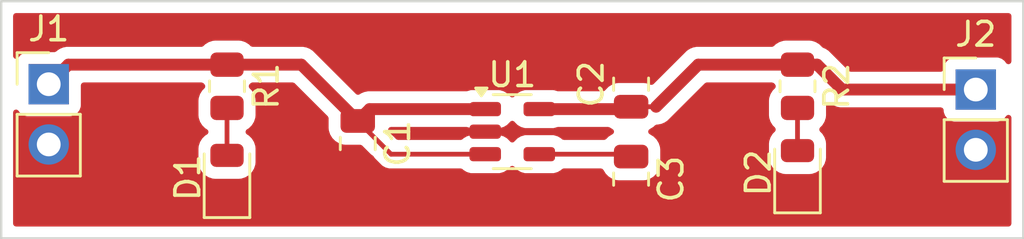
<source format=kicad_pcb>
(kicad_pcb (version 20240108) (generator "pcbnew") (generator_version "8.0")
  (layers (0 "F.Cu" signal) (31 "B.Cu" signal) (34 "B.Paste" user) (35 "F.Paste" user) (36 "B.SilkS" user "B.Silkscreen") (37 "F.SilkS" user "F.Silkscreen") (38 "B.Mask" user) (39 "F.Mask" user) (44 "Edge.Cuts" user))
  (net 0 "")
  (net 1 "GND")
  (net 2 "Net-(J1-Pin_1)")
  (net 3 "Net-(J2-Pin_1)")
  (net 4 "Net-(U1-BP)")
  (net 5 "Net-(D1-A)")
  (net 6 "Net-(D2-A)")
  (footprint "Connector_PinHeader_2.54mm:PinHeader_1x02_P2.54mm_Vertical" (layer "F.Cu") (at 164 93.225)
    (property "Reference" "J2" (at 0 -2.33 0) (layer "F.SilkS"))
    (property "Value" "Conn_01x02" (hide yes))
    (fp_line (start -1.33 -1.33) (end 0 -1.33) (stroke (width 0.12)) (layer "F.SilkS"))
    (fp_line (start -1.33 0) (end -1.33 -1.33) (stroke (width 0.12)) (layer "F.SilkS"))
    (fp_line (start -1.33 1.27) (end -1.33 3.87) (stroke (width 0.12)) (layer "F.SilkS"))
    (fp_line (start -1.33 1.27) (end 1.33 1.27) (stroke (width 0.12)) (layer "F.SilkS"))
    (fp_line (start -1.33 3.87) (end 1.33 3.87) (stroke (width 0.12)) (layer "F.SilkS"))
    (fp_line (start 1.33 1.27) (end 1.33 3.87) (stroke (width 0.12)) (layer "F.SilkS"))
    (pad "1" thru_hole rect (at 0 0) (size 1.7 1.7) (drill 1) (layers "*.Cu" "*.Mask") (net 3 "Net-(J2-Pin_1)"))
    (pad "2" thru_hole oval (at 0 2.54) (size 1.7 1.7) (drill 1) (layers "*.Cu" "*.Mask") (net 1 "GND"))
  )
  (footprint "Resistor_SMD:R_0805_2012Metric" (layer "F.Cu") (at 156.5 93.0875 -90)
    (property "Reference" "R2" (at 0 -1.65 90) (layer "F.SilkS"))
    (property "Value" "280" (hide yes))
    (fp_line (start -0.227064 0.735) (end 0.227064 0.735) (stroke (width 0.12)) (layer "F.SilkS"))
    (fp_line (start -0.227064 -0.735) (end 0.227064 -0.735) (stroke (width 0.12)) (layer "F.SilkS"))
    (pad "1" smd roundrect (at -0.9125 0 270) (size 1.025 1.4) (layers "F.Cu" "F.Paste" "F.Mask") (roundrect_rratio 0.243902) (net 3 "Net-(J2-Pin_1)"))
    (pad "2" smd roundrect (at 0.9125 0 270) (size 1.025 1.4) (layers "F.Cu" "F.Paste" "F.Mask") (roundrect_rratio 0.243902) (net 6 "Net-(D2-A)"))
  )
  (footprint "Connector_PinHeader_2.54mm:PinHeader_1x02_P2.54mm_Vertical" (layer "F.Cu") (at 125 93)
    (property "Reference" "J1" (at 0 -2.33 0) (layer "F.SilkS"))
    (property "Value" "Conn_01x02" (hide yes))
    (fp_line (start -1.33 -1.33) (end 0 -1.33) (stroke (width 0.12)) (layer "F.SilkS"))
    (fp_line (start -1.33 0) (end -1.33 -1.33) (stroke (width 0.12)) (layer "F.SilkS"))
    (fp_line (start -1.33 1.27) (end -1.33 3.87) (stroke (width 0.12)) (layer "F.SilkS"))
    (fp_line (start -1.33 1.27) (end 1.33 1.27) (stroke (width 0.12)) (layer "F.SilkS"))
    (fp_line (start -1.33 3.87) (end 1.33 3.87) (stroke (width 0.12)) (layer "F.SilkS"))
    (fp_line (start 1.33 1.27) (end 1.33 3.87) (stroke (width 0.12)) (layer "F.SilkS"))
    (pad "1" thru_hole rect (at 0 0) (size 1.7 1.7) (drill 1) (layers "*.Cu" "*.Mask") (net 2 "Net-(J1-Pin_1)"))
    (pad "2" thru_hole oval (at 0 2.54) (size 1.7 1.7) (drill 1) (layers "*.Cu" "*.Mask") (net 1 "GND"))
  )
  (footprint "Capacitor_SMD:C_0805_2012Metric" (layer "F.Cu") (at 149.5 93 90)
    (property "Reference" "C2" (at 0 -1.68 90) (layer "F.SilkS"))
    (property "Value" "2.2uF" (hide yes))
    (fp_line (start -0.261252 -0.735) (end 0.261252 -0.735) (stroke (width 0.12)) (layer "F.SilkS"))
    (fp_line (start -0.261252 0.735) (end 0.261252 0.735) (stroke (width 0.12)) (layer "F.SilkS"))
    (pad "1" smd roundrect (at -0.95 0 90) (size 1 1.45) (layers "F.Cu" "F.Paste" "F.Mask") (net 3 "Net-(J2-Pin_1)"))
    (pad "2" smd roundrect (at 0.95 0 90) (size 1 1.45) (layers "F.Cu" "F.Paste" "F.Mask") (net 1 "GND"))
  )
  (footprint "Resistor_SMD:R_0805_2012Metric" (layer "F.Cu") (at 132.5 93.0875 -90)
    (property "Reference" "R1" (at 0 -1.65 90) (layer "F.SilkS"))
    (property "Value" "649" (hide yes))
    (fp_line (start -0.227064 0.735) (end 0.227064 0.735) (stroke (width 0.12)) (layer "F.SilkS"))
    (fp_line (start -0.227064 -0.735) (end 0.227064 -0.735) (stroke (width 0.12)) (layer "F.SilkS"))
    (pad "1" smd roundrect (at -0.9125 0 270) (size 1.025 1.4) (layers "F.Cu" "F.Paste" "F.Mask") (roundrect_rratio 0.243902) (net 2 "Net-(J1-Pin_1)"))
    (pad "2" smd roundrect (at 0.9125 0 270) (size 1.025 1.4) (layers "F.Cu" "F.Paste" "F.Mask") (roundrect_rratio 0.243902) (net 5 "Net-(D1-A)"))
  )
  (footprint "LED_SMD:LED_0805_2012Metric" (layer "F.Cu") (at 132.5 96.9375 90)
    (property "Reference" "D1" (at 0 -1.65 90) (layer "F.SilkS"))
    (property "Value" "LED-RED" (hide yes))
    (fp_line (start 1 -0.96) (end -1.685 -0.96) (stroke (width 0.12)) (layer "F.SilkS"))
    (fp_line (start -1.685 -0.96) (end -1.685 0.96) (stroke (width 0.12)) (layer "F.SilkS"))
    (fp_line (start -1.685 0.96) (end 1 0.96) (stroke (width 0.12)) (layer "F.SilkS"))
    (pad "1" smd roundrect (at -0.9375 0 90) (size 0.975 1.4) (layers "F.Cu" "F.Paste" "F.Mask") (net 1 "GND"))
    (pad "2" smd roundrect (at 0.9375 0 90) (size 0.975 1.4) (layers "F.Cu" "F.Paste" "F.Mask") (net 5 "Net-(D1-A)"))
  )
  (footprint "LED_SMD:LED_0805_2012Metric" (layer "F.Cu") (at 156.5 96.7375 90)
    (property "Reference" "D2" (at 0 -1.65 90) (layer "F.SilkS"))
    (property "Value" "LED-GREEN" (hide yes))
    (fp_line (start 1 -0.96) (end -1.685 -0.96) (stroke (width 0.12)) (layer "F.SilkS"))
    (fp_line (start -1.685 -0.96) (end -1.685 0.96) (stroke (width 0.12)) (layer "F.SilkS"))
    (fp_line (start -1.685 0.96) (end 1 0.96) (stroke (width 0.12)) (layer "F.SilkS"))
    (pad "1" smd roundrect (at -0.9375 0 90) (size 0.975 1.4) (layers "F.Cu" "F.Paste" "F.Mask") (net 1 "GND"))
    (pad "2" smd roundrect (at 0.9375 0 90) (size 0.975 1.4) (layers "F.Cu" "F.Paste" "F.Mask") (net 6 "Net-(D2-A)"))
  )
  (footprint "Capacitor_SMD:C_0805_2012Metric" (layer "F.Cu") (at 149.5 97 -90)
    (property "Reference" "C3" (at 0 -1.68 90) (layer "F.SilkS"))
    (property "Value" "0.01uF" (hide yes))
    (fp_line (start -0.261252 0.735) (end 0.261252 0.735) (stroke (width 0.12)) (layer "F.SilkS"))
    (fp_line (start -0.261252 -0.735) (end 0.261252 -0.735) (stroke (width 0.12)) (layer "F.SilkS"))
    (pad "1" smd roundrect (at -0.95 0 270) (size 1 1.45) (layers "F.Cu" "F.Paste" "F.Mask") (net 4 "Net-(U1-BP)"))
    (pad "2" smd roundrect (at 0.95 0 270) (size 1 1.45) (layers "F.Cu" "F.Paste" "F.Mask") (net 1 "GND"))
  )
  (footprint "Capacitor_SMD:C_0805_2012Metric" (layer "F.Cu") (at 138 95.5 -90)
    (property "Reference" "C1" (at 0 -1.68 90) (layer "F.SilkS"))
    (property "Value" "0.1uF" (hide yes))
    (fp_line (start -0.261252 0.735) (end 0.261252 0.735) (stroke (width 0.12)) (layer "F.SilkS"))
    (fp_line (start -0.261252 -0.735) (end 0.261252 -0.735) (stroke (width 0.12)) (layer "F.SilkS"))
    (pad "1" smd roundrect (at -0.95 0 270) (size 1 1.45) (layers "F.Cu" "F.Paste" "F.Mask") (net 2 "Net-(J1-Pin_1)"))
    (pad "2" smd roundrect (at 0.95 0 270) (size 1 1.45) (layers "F.Cu" "F.Paste" "F.Mask") (net 1 "GND"))
  )
  (footprint "Package_TO_SOT_SMD:SOT-23-5" (layer "F.Cu") (at 144.5 95)
    (property "Reference" "U1" (at 0 -2.4 0) (layer "F.SilkS"))
    (property "Value" "TPS79333-EP" (hide yes))
    (fp_line (start 0 -1.56) (end -0.8 -1.56) (stroke (width 0.12)) (layer "F.SilkS"))
    (fp_line (start 0 -1.56) (end 0.8 -1.56) (stroke (width 0.12)) (layer "F.SilkS"))
    (fp_line (start 0 1.56) (end -0.8 1.56) (stroke (width 0.12)) (layer "F.SilkS"))
    (fp_line (start 0 1.56) (end 0.8 1.56) (stroke (width 0.12)) (layer "F.SilkS"))
    (fp_poly (pts (xy -1.3 -1.51) (xy -1.54 -1.84) (xy -1.06 -1.84) (xy -1.3 -1.51)) (stroke (width 0.12)) (fill solid) (layer "F.SilkS"))
    (pad "1" smd roundrect (at -1.1375 -0.95) (size 1.325 0.6) (layers "F.Cu" "F.Paste" "F.Mask") (net 2 "Net-(J1-Pin_1)"))
    (pad "2" smd roundrect (at -1.1375 0) (size 1.325 0.6) (layers "F.Cu" "F.Paste" "F.Mask") (net 1 "GND"))
    (pad "3" smd roundrect (at -1.1375 0.95) (size 1.325 0.6) (layers "F.Cu" "F.Paste" "F.Mask") (net 2 "Net-(J1-Pin_1)"))
    (pad "4" smd roundrect (at 1.1375 0.95) (size 1.325 0.6) (layers "F.Cu" "F.Paste" "F.Mask") (net 4 "Net-(U1-BP)"))
    (pad "5" smd roundrect (at 1.1375 -0.95) (size 1.325 0.6) (layers "F.Cu" "F.Paste" "F.Mask") (net 3 "Net-(J2-Pin_1)"))
  )
  (gr_rect (start 123 89.5) (end 166 99.5) (stroke (width 0.1)) (fill none) (layer "Edge.Cuts"))
  (segment (start 138.5 94.05) (end 143.3625 94.05) (width 0.5) (layer "F.Cu") (net 2))
  (segment (start 125 93) (end 125.825 92.175) (width 0.5) (layer "F.Cu") (net 2))
  (segment (start 125.825 92.175) (end 132.5 92.175) (width 0.5) (layer "F.Cu") (net 2))
  (segment (start 143.3625 95.95) (end 139.4 95.95) (width 0.2) (layer "F.Cu") (net 2))
  (segment (start 138 94.55) (end 138.5 94.05) (width 0.5) (layer "F.Cu") (net 2))
  (segment (start 135.625 92.175) (end 138 94.55) (width 0.5) (layer "F.Cu") (net 2))
  (segment (start 132.5 92.175) (end 135.625 92.175) (width 0.5) (layer "F.Cu") (net 2))
  (segment (start 139.4 95.95) (end 138 94.55) (width 0.2) (layer "F.Cu") (net 2))
  (segment (start 145.6375 94.05) (end 149.4 94.05) (width 0.5) (layer "F.Cu") (net 3))
  (segment (start 149.5 93.95) (end 150.55 93.95) (width 0.2) (layer "F.Cu") (net 3))
  (segment (start 149.4 94.05) (end 149.5 93.95) (width 0.2) (layer "F.Cu") (net 3))
  (segment (start 152.325 92.175) (end 156.5 92.175) (width 0.5) (layer "F.Cu") (net 3))
  (segment (start 150.55 93.95) (end 152.325 92.175) (width 0.5) (layer "F.Cu") (net 3))
  (segment (start 156.5 92.175) (end 157.325 92.175) (width 0.5) (layer "F.Cu") (net 3))
  (segment (start 157.325 92.175) (end 158.375 93.225) (width 0.5) (layer "F.Cu") (net 3))
  (segment (start 158.375 93.225) (end 164 93.225) (width 0.5) (layer "F.Cu") (net 3))
  (segment (start 145.6375 95.95) (end 149.4 95.95) (width 0.2) (layer "F.Cu") (net 4))
  (segment (start 149.4 95.95) (end 149.5 96.05) (width 0.2) (layer "F.Cu") (net 4))
  (segment (start 132.5 94) (end 132.5 96) (width 0.2) (layer "F.Cu") (net 5))
  (segment (start 156.5 94) (end 156.5 95.8) (width 0.2) (layer "F.Cu") (net 6))
  (zone (net 1) (net_name "GND") (layer "F.Cu") (connect_pads yes (clearance 0.5)) (min_thickness 0.25) (fill yes (thermal_gap 0.5) (thermal_bridge_width 0.5))
    (polygon (pts (xy 123.5 90) (xy 165.5 90) (xy 165.5 99) (xy 123.5 99)))
  )
)
</source>
